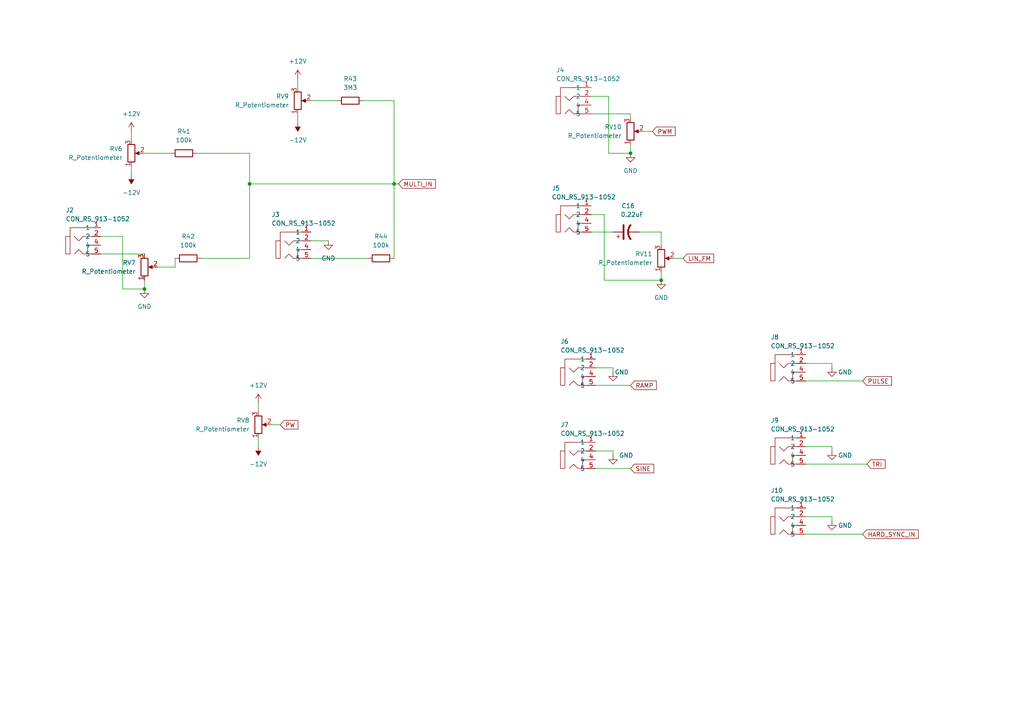
<source format=kicad_sch>
(kicad_sch (version 20211123) (generator eeschema)

  (uuid 6ca85f8b-2b4e-479a-ab82-7112d73aa1f8)

  (paper "A4")

  (lib_symbols
    (symbol "CON_RS_913-1052_1" (in_bom yes) (on_board yes)
      (property "Reference" "J" (id 0) (at -8.89 12.7 0)
        (effects (font (size 1.27 1.27)))
      )
      (property "Value" "CON_RS_913-1052_1" (id 1) (at 0 10.16 0)
        (effects (font (size 1.27 1.27)))
      )
      (property "Footprint" "" (id 2) (at 0 0 0)
        (effects (font (size 1.27 1.27)) hide)
      )
      (property "Datasheet" "" (id 3) (at 0 0 0)
        (effects (font (size 1.27 1.27)) hide)
      )
      (symbol "CON_RS_913-1052_1_0_1"
        (polyline
          (pts
            (xy 5.08 7.62)
            (xy 7.62 7.62)
          )
          (stroke (width 0) (type default) (color 0 0 0 0))
          (fill (type none))
        )
        (polyline
          (pts
            (xy 5.08 7.62)
            (xy 1.27 7.62)
            (xy 1.27 5.08)
          )
          (stroke (width 0) (type default) (color 0 0 0 0))
          (fill (type none))
        )
        (polyline
          (pts
            (xy 7.62 2.54)
            (xy 6.35 2.54)
            (xy 6.35 0)
          )
          (stroke (width 0) (type default) (color 0 0 0 0))
          (fill (type none))
        )
        (polyline
          (pts
            (xy 7.62 0)
            (xy 5.08 0)
            (xy 3.81 1.27)
            (xy 2.54 0)
          )
          (stroke (width 0) (type default) (color 0 0 0 0))
          (fill (type none))
        )
        (polyline
          (pts
            (xy 7.62 5.08)
            (xy 5.08 5.08)
            (xy 3.81 3.81)
            (xy 2.54 5.08)
          )
          (stroke (width 0) (type default) (color 0 0 0 0))
          (fill (type none))
        )
        (rectangle (start 0 5.08) (end 1.27 0)
          (stroke (width 0) (type default) (color 0 0 0 0))
          (fill (type none))
        )
      )
      (symbol "CON_RS_913-1052_1_1_1"
        (pin bidirectional line (at 10.16 7.62 180) (length 2.54)
          (name "1" (effects (font (size 1.27 1.27))))
          (number "1" (effects (font (size 1.27 1.27))))
        )
        (pin bidirectional line (at 10.16 5.08 180) (length 2.54)
          (name "2" (effects (font (size 1.27 1.27))))
          (number "2" (effects (font (size 1.27 1.27))))
        )
        (pin bidirectional line (at 10.16 2.54 180) (length 2.54)
          (name "4" (effects (font (size 1.27 1.27))))
          (number "4" (effects (font (size 1.27 1.27))))
        )
        (pin bidirectional line (at 10.16 0 180) (length 2.54)
          (name "5" (effects (font (size 1.27 1.27))))
          (number "5" (effects (font (size 1.27 1.27))))
        )
      )
    )
    (symbol "Device:C_Polarized_US" (pin_numbers hide) (pin_names (offset 0.254) hide) (in_bom yes) (on_board yes)
      (property "Reference" "C" (id 0) (at 0.635 2.54 0)
        (effects (font (size 1.27 1.27)) (justify left))
      )
      (property "Value" "C_Polarized_US" (id 1) (at 0.635 -2.54 0)
        (effects (font (size 1.27 1.27)) (justify left))
      )
      (property "Footprint" "" (id 2) (at 0 0 0)
        (effects (font (size 1.27 1.27)) hide)
      )
      (property "Datasheet" "~" (id 3) (at 0 0 0)
        (effects (font (size 1.27 1.27)) hide)
      )
      (property "ki_keywords" "cap capacitor" (id 4) (at 0 0 0)
        (effects (font (size 1.27 1.27)) hide)
      )
      (property "ki_description" "Polarized capacitor, US symbol" (id 5) (at 0 0 0)
        (effects (font (size 1.27 1.27)) hide)
      )
      (property "ki_fp_filters" "CP_*" (id 6) (at 0 0 0)
        (effects (font (size 1.27 1.27)) hide)
      )
      (symbol "C_Polarized_US_0_1"
        (polyline
          (pts
            (xy -2.032 0.762)
            (xy 2.032 0.762)
          )
          (stroke (width 0.508) (type default) (color 0 0 0 0))
          (fill (type none))
        )
        (polyline
          (pts
            (xy -1.778 2.286)
            (xy -0.762 2.286)
          )
          (stroke (width 0) (type default) (color 0 0 0 0))
          (fill (type none))
        )
        (polyline
          (pts
            (xy -1.27 1.778)
            (xy -1.27 2.794)
          )
          (stroke (width 0) (type default) (color 0 0 0 0))
          (fill (type none))
        )
        (arc (start 2.032 -1.27) (mid 0 -0.5572) (end -2.032 -1.27)
          (stroke (width 0.508) (type default) (color 0 0 0 0))
          (fill (type none))
        )
      )
      (symbol "C_Polarized_US_1_1"
        (pin passive line (at 0 3.81 270) (length 2.794)
          (name "~" (effects (font (size 1.27 1.27))))
          (number "1" (effects (font (size 1.27 1.27))))
        )
        (pin passive line (at 0 -3.81 90) (length 3.302)
          (name "~" (effects (font (size 1.27 1.27))))
          (number "2" (effects (font (size 1.27 1.27))))
        )
      )
    )
    (symbol "Device:R" (pin_numbers hide) (pin_names (offset 0)) (in_bom yes) (on_board yes)
      (property "Reference" "R" (id 0) (at 2.032 0 90)
        (effects (font (size 1.27 1.27)))
      )
      (property "Value" "R" (id 1) (at 0 0 90)
        (effects (font (size 1.27 1.27)))
      )
      (property "Footprint" "" (id 2) (at -1.778 0 90)
        (effects (font (size 1.27 1.27)) hide)
      )
      (property "Datasheet" "~" (id 3) (at 0 0 0)
        (effects (font (size 1.27 1.27)) hide)
      )
      (property "ki_keywords" "R res resistor" (id 4) (at 0 0 0)
        (effects (font (size 1.27 1.27)) hide)
      )
      (property "ki_description" "Resistor" (id 5) (at 0 0 0)
        (effects (font (size 1.27 1.27)) hide)
      )
      (property "ki_fp_filters" "R_*" (id 6) (at 0 0 0)
        (effects (font (size 1.27 1.27)) hide)
      )
      (symbol "R_0_1"
        (rectangle (start -1.016 -2.54) (end 1.016 2.54)
          (stroke (width 0.254) (type default) (color 0 0 0 0))
          (fill (type none))
        )
      )
      (symbol "R_1_1"
        (pin passive line (at 0 3.81 270) (length 1.27)
          (name "~" (effects (font (size 1.27 1.27))))
          (number "1" (effects (font (size 1.27 1.27))))
        )
        (pin passive line (at 0 -3.81 90) (length 1.27)
          (name "~" (effects (font (size 1.27 1.27))))
          (number "2" (effects (font (size 1.27 1.27))))
        )
      )
    )
    (symbol "Device:R_Potentiometer" (pin_names (offset 1.016) hide) (in_bom yes) (on_board yes)
      (property "Reference" "RV" (id 0) (at -4.445 0 90)
        (effects (font (size 1.27 1.27)))
      )
      (property "Value" "R_Potentiometer" (id 1) (at -2.54 0 90)
        (effects (font (size 1.27 1.27)))
      )
      (property "Footprint" "" (id 2) (at 0 0 0)
        (effects (font (size 1.27 1.27)) hide)
      )
      (property "Datasheet" "~" (id 3) (at 0 0 0)
        (effects (font (size 1.27 1.27)) hide)
      )
      (property "ki_keywords" "resistor variable" (id 4) (at 0 0 0)
        (effects (font (size 1.27 1.27)) hide)
      )
      (property "ki_description" "Potentiometer" (id 5) (at 0 0 0)
        (effects (font (size 1.27 1.27)) hide)
      )
      (property "ki_fp_filters" "Potentiometer*" (id 6) (at 0 0 0)
        (effects (font (size 1.27 1.27)) hide)
      )
      (symbol "R_Potentiometer_0_1"
        (polyline
          (pts
            (xy 2.54 0)
            (xy 1.524 0)
          )
          (stroke (width 0) (type default) (color 0 0 0 0))
          (fill (type none))
        )
        (polyline
          (pts
            (xy 1.143 0)
            (xy 2.286 0.508)
            (xy 2.286 -0.508)
            (xy 1.143 0)
          )
          (stroke (width 0) (type default) (color 0 0 0 0))
          (fill (type outline))
        )
        (rectangle (start 1.016 2.54) (end -1.016 -2.54)
          (stroke (width 0.254) (type default) (color 0 0 0 0))
          (fill (type none))
        )
      )
      (symbol "R_Potentiometer_1_1"
        (pin passive line (at 0 3.81 270) (length 1.27)
          (name "1" (effects (font (size 1.27 1.27))))
          (number "1" (effects (font (size 1.27 1.27))))
        )
        (pin passive line (at 3.81 0 180) (length 1.27)
          (name "2" (effects (font (size 1.27 1.27))))
          (number "2" (effects (font (size 1.27 1.27))))
        )
        (pin passive line (at 0 -3.81 90) (length 1.27)
          (name "3" (effects (font (size 1.27 1.27))))
          (number "3" (effects (font (size 1.27 1.27))))
        )
      )
    )
    (symbol "ST_Lib:CON_RS_913-1052" (in_bom yes) (on_board yes)
      (property "Reference" "J" (id 0) (at -8.89 12.7 0)
        (effects (font (size 1.27 1.27)))
      )
      (property "Value" "CON_RS_913-1052" (id 1) (at 0 10.16 0)
        (effects (font (size 1.27 1.27)))
      )
      (property "Footprint" "" (id 2) (at 0 0 0)
        (effects (font (size 1.27 1.27)) hide)
      )
      (property "Datasheet" "" (id 3) (at 0 0 0)
        (effects (font (size 1.27 1.27)) hide)
      )
      (symbol "CON_RS_913-1052_0_1"
        (polyline
          (pts
            (xy 5.08 7.62)
            (xy 7.62 7.62)
          )
          (stroke (width 0) (type default) (color 0 0 0 0))
          (fill (type none))
        )
        (polyline
          (pts
            (xy 5.08 7.62)
            (xy 1.27 7.62)
            (xy 1.27 5.08)
          )
          (stroke (width 0) (type default) (color 0 0 0 0))
          (fill (type none))
        )
        (polyline
          (pts
            (xy 7.62 2.54)
            (xy 6.35 2.54)
            (xy 6.35 0)
          )
          (stroke (width 0) (type default) (color 0 0 0 0))
          (fill (type none))
        )
        (polyline
          (pts
            (xy 7.62 0)
            (xy 5.08 0)
            (xy 3.81 1.27)
            (xy 2.54 0)
          )
          (stroke (width 0) (type default) (color 0 0 0 0))
          (fill (type none))
        )
        (polyline
          (pts
            (xy 7.62 5.08)
            (xy 5.08 5.08)
            (xy 3.81 3.81)
            (xy 2.54 5.08)
          )
          (stroke (width 0) (type default) (color 0 0 0 0))
          (fill (type none))
        )
        (rectangle (start 0 5.08) (end 1.27 0)
          (stroke (width 0) (type default) (color 0 0 0 0))
          (fill (type none))
        )
      )
      (symbol "CON_RS_913-1052_1_1"
        (pin bidirectional line (at 10.16 7.62 180) (length 2.54)
          (name "1" (effects (font (size 1.27 1.27))))
          (number "1" (effects (font (size 1.27 1.27))))
        )
        (pin bidirectional line (at 10.16 5.08 180) (length 2.54)
          (name "2" (effects (font (size 1.27 1.27))))
          (number "2" (effects (font (size 1.27 1.27))))
        )
        (pin bidirectional line (at 10.16 2.54 180) (length 2.54)
          (name "4" (effects (font (size 1.27 1.27))))
          (number "4" (effects (font (size 1.27 1.27))))
        )
        (pin bidirectional line (at 10.16 0 180) (length 2.54)
          (name "5" (effects (font (size 1.27 1.27))))
          (number "5" (effects (font (size 1.27 1.27))))
        )
      )
    )
    (symbol "power:+12V" (power) (pin_names (offset 0)) (in_bom yes) (on_board yes)
      (property "Reference" "#PWR" (id 0) (at 0 -3.81 0)
        (effects (font (size 1.27 1.27)) hide)
      )
      (property "Value" "+12V" (id 1) (at 0 3.556 0)
        (effects (font (size 1.27 1.27)))
      )
      (property "Footprint" "" (id 2) (at 0 0 0)
        (effects (font (size 1.27 1.27)) hide)
      )
      (property "Datasheet" "" (id 3) (at 0 0 0)
        (effects (font (size 1.27 1.27)) hide)
      )
      (property "ki_keywords" "power-flag" (id 4) (at 0 0 0)
        (effects (font (size 1.27 1.27)) hide)
      )
      (property "ki_description" "Power symbol creates a global label with name \"+12V\"" (id 5) (at 0 0 0)
        (effects (font (size 1.27 1.27)) hide)
      )
      (symbol "+12V_0_1"
        (polyline
          (pts
            (xy -0.762 1.27)
            (xy 0 2.54)
          )
          (stroke (width 0) (type default) (color 0 0 0 0))
          (fill (type none))
        )
        (polyline
          (pts
            (xy 0 0)
            (xy 0 2.54)
          )
          (stroke (width 0) (type default) (color 0 0 0 0))
          (fill (type none))
        )
        (polyline
          (pts
            (xy 0 2.54)
            (xy 0.762 1.27)
          )
          (stroke (width 0) (type default) (color 0 0 0 0))
          (fill (type none))
        )
      )
      (symbol "+12V_1_1"
        (pin power_in line (at 0 0 90) (length 0) hide
          (name "+12V" (effects (font (size 1.27 1.27))))
          (number "1" (effects (font (size 1.27 1.27))))
        )
      )
    )
    (symbol "power:-12V" (power) (pin_names (offset 0)) (in_bom yes) (on_board yes)
      (property "Reference" "#PWR" (id 0) (at 0 2.54 0)
        (effects (font (size 1.27 1.27)) hide)
      )
      (property "Value" "-12V" (id 1) (at 0 3.81 0)
        (effects (font (size 1.27 1.27)))
      )
      (property "Footprint" "" (id 2) (at 0 0 0)
        (effects (font (size 1.27 1.27)) hide)
      )
      (property "Datasheet" "" (id 3) (at 0 0 0)
        (effects (font (size 1.27 1.27)) hide)
      )
      (property "ki_keywords" "power-flag" (id 4) (at 0 0 0)
        (effects (font (size 1.27 1.27)) hide)
      )
      (property "ki_description" "Power symbol creates a global label with name \"-12V\"" (id 5) (at 0 0 0)
        (effects (font (size 1.27 1.27)) hide)
      )
      (symbol "-12V_0_0"
        (pin power_in line (at 0 0 90) (length 0) hide
          (name "-12V" (effects (font (size 1.27 1.27))))
          (number "1" (effects (font (size 1.27 1.27))))
        )
      )
      (symbol "-12V_0_1"
        (polyline
          (pts
            (xy 0 0)
            (xy 0 1.27)
            (xy 0.762 1.27)
            (xy 0 2.54)
            (xy -0.762 1.27)
            (xy 0 1.27)
          )
          (stroke (width 0) (type default) (color 0 0 0 0))
          (fill (type outline))
        )
      )
    )
    (symbol "power:GND" (power) (pin_names (offset 0)) (in_bom yes) (on_board yes)
      (property "Reference" "#PWR" (id 0) (at 0 -6.35 0)
        (effects (font (size 1.27 1.27)) hide)
      )
      (property "Value" "GND" (id 1) (at 0 -3.81 0)
        (effects (font (size 1.27 1.27)))
      )
      (property "Footprint" "" (id 2) (at 0 0 0)
        (effects (font (size 1.27 1.27)) hide)
      )
      (property "Datasheet" "" (id 3) (at 0 0 0)
        (effects (font (size 1.27 1.27)) hide)
      )
      (property "ki_keywords" "power-flag" (id 4) (at 0 0 0)
        (effects (font (size 1.27 1.27)) hide)
      )
      (property "ki_description" "Power symbol creates a global label with name \"GND\" , ground" (id 5) (at 0 0 0)
        (effects (font (size 1.27 1.27)) hide)
      )
      (symbol "GND_0_1"
        (polyline
          (pts
            (xy 0 0)
            (xy 0 -1.27)
            (xy 1.27 -1.27)
            (xy 0 -2.54)
            (xy -1.27 -1.27)
            (xy 0 -1.27)
          )
          (stroke (width 0) (type default) (color 0 0 0 0))
          (fill (type none))
        )
      )
      (symbol "GND_1_1"
        (pin power_in line (at 0 0 270) (length 0) hide
          (name "GND" (effects (font (size 1.27 1.27))))
          (number "1" (effects (font (size 1.27 1.27))))
        )
      )
    )
  )

  (junction (at 72.39 53.34) (diameter 0) (color 0 0 0 0)
    (uuid 401c02f9-e243-462d-afc3-a9e328c1b33e)
  )
  (junction (at 191.77 81.28) (diameter 0) (color 0 0 0 0)
    (uuid 695f85e6-5c23-467e-9dab-146af93a4af4)
  )
  (junction (at 41.91 83.82) (diameter 0) (color 0 0 0 0)
    (uuid dded1e24-d41e-4fbd-8c34-3a0d75c1bce8)
  )
  (junction (at 114.3 53.34) (diameter 0) (color 0 0 0 0)
    (uuid f34d35ed-48f3-460f-b61a-0a98532af75e)
  )
  (junction (at 182.88 44.45) (diameter 0) (color 0 0 0 0)
    (uuid f3db4a1e-b9d6-4b68-bdb1-f67676f6b81b)
  )

  (wire (pts (xy 114.3 53.34) (xy 115.57 53.34))
    (stroke (width 0) (type default) (color 0 0 0 0))
    (uuid 03b554ad-cd10-489a-9a50-2a4cc0dc77ef)
  )
  (wire (pts (xy 182.88 33.02) (xy 171.45 33.02))
    (stroke (width 0) (type default) (color 0 0 0 0))
    (uuid 07edf932-b508-4093-ba4e-42cd3d5a7a95)
  )
  (wire (pts (xy 186.69 38.1) (xy 189.23 38.1))
    (stroke (width 0) (type default) (color 0 0 0 0))
    (uuid 09a8228a-5276-493a-9bd6-c26c63503458)
  )
  (wire (pts (xy 241.3 149.86) (xy 233.68 149.86))
    (stroke (width 0) (type default) (color 0 0 0 0))
    (uuid 0d987287-c225-409b-ada4-3738fefe1f5e)
  )
  (wire (pts (xy 175.26 62.23) (xy 171.45 62.23))
    (stroke (width 0) (type default) (color 0 0 0 0))
    (uuid 0e08000b-0795-4487-a728-0d051eb39fa8)
  )
  (wire (pts (xy 38.1 38.1) (xy 38.1 40.64))
    (stroke (width 0) (type default) (color 0 0 0 0))
    (uuid 122386a1-af73-4f9f-a7d1-b795831e755d)
  )
  (wire (pts (xy 41.91 44.45) (xy 49.53 44.45))
    (stroke (width 0) (type default) (color 0 0 0 0))
    (uuid 17885602-cca7-4590-acfa-08c2b008cd45)
  )
  (wire (pts (xy 177.8 132.08) (xy 177.8 130.81))
    (stroke (width 0) (type default) (color 0 0 0 0))
    (uuid 182cf741-5dc3-4f41-86e4-46554867ec09)
  )
  (wire (pts (xy 38.1 48.26) (xy 38.1 50.8))
    (stroke (width 0) (type default) (color 0 0 0 0))
    (uuid 205a1d54-f71b-4894-8a5a-cd7c6c54e2e3)
  )
  (wire (pts (xy 185.42 67.31) (xy 191.77 67.31))
    (stroke (width 0) (type default) (color 0 0 0 0))
    (uuid 27367dc6-1f8f-4a0b-a762-aee1639a59f7)
  )
  (wire (pts (xy 177.8 107.95) (xy 177.8 106.68))
    (stroke (width 0) (type default) (color 0 0 0 0))
    (uuid 29b791a4-0d90-429b-9fe4-ab7df8e315cc)
  )
  (wire (pts (xy 177.8 130.81) (xy 172.72 130.81))
    (stroke (width 0) (type default) (color 0 0 0 0))
    (uuid 2cc0c6c2-419c-4e94-84fa-cf813ec583a6)
  )
  (wire (pts (xy 177.8 106.68) (xy 172.72 106.68))
    (stroke (width 0) (type default) (color 0 0 0 0))
    (uuid 2e19c3d8-9fcd-44eb-a1f4-3cb63cabea51)
  )
  (wire (pts (xy 74.93 127) (xy 74.93 129.54))
    (stroke (width 0) (type default) (color 0 0 0 0))
    (uuid 2ef918a5-10f0-4540-a366-df829ab0bf26)
  )
  (wire (pts (xy 57.15 44.45) (xy 72.39 44.45))
    (stroke (width 0) (type default) (color 0 0 0 0))
    (uuid 2f332ce5-8c6f-46c1-8b80-151d80b47559)
  )
  (wire (pts (xy 86.36 33.02) (xy 86.36 35.56))
    (stroke (width 0) (type default) (color 0 0 0 0))
    (uuid 33a80c85-2fb3-405e-aa6c-8a3b266563de)
  )
  (wire (pts (xy 114.3 53.34) (xy 114.3 29.21))
    (stroke (width 0) (type default) (color 0 0 0 0))
    (uuid 3443f233-ccfe-4fd5-9214-36026dad3fa7)
  )
  (wire (pts (xy 233.68 154.94) (xy 250.19 154.94))
    (stroke (width 0) (type default) (color 0 0 0 0))
    (uuid 3910f534-8891-4d0a-a1c7-0fb972c643e8)
  )
  (wire (pts (xy 90.17 29.21) (xy 97.79 29.21))
    (stroke (width 0) (type default) (color 0 0 0 0))
    (uuid 3ad76fcc-1352-411d-a030-abed6905b805)
  )
  (wire (pts (xy 233.68 110.49) (xy 250.19 110.49))
    (stroke (width 0) (type default) (color 0 0 0 0))
    (uuid 3bcf986c-4b3c-4ea0-8e45-9a7e363d08d1)
  )
  (wire (pts (xy 191.77 67.31) (xy 191.77 71.12))
    (stroke (width 0) (type default) (color 0 0 0 0))
    (uuid 3c6fbaf7-6d3d-4c3e-aa06-1826955aa050)
  )
  (wire (pts (xy 86.36 22.86) (xy 86.36 25.4))
    (stroke (width 0) (type default) (color 0 0 0 0))
    (uuid 454e7a4d-b191-4d41-95d6-e54776a99737)
  )
  (wire (pts (xy 35.56 68.58) (xy 29.21 68.58))
    (stroke (width 0) (type default) (color 0 0 0 0))
    (uuid 4a7d7f00-90ba-490f-b34c-a2d3818aac4c)
  )
  (wire (pts (xy 90.17 74.93) (xy 106.68 74.93))
    (stroke (width 0) (type default) (color 0 0 0 0))
    (uuid 4facd8f7-9f27-4fdc-8c0a-3454d22a7bc8)
  )
  (wire (pts (xy 171.45 67.31) (xy 177.8 67.31))
    (stroke (width 0) (type default) (color 0 0 0 0))
    (uuid 513d919b-d37d-48d6-9b68-68ebbd6d7e2e)
  )
  (wire (pts (xy 95.25 69.85) (xy 90.17 69.85))
    (stroke (width 0) (type default) (color 0 0 0 0))
    (uuid 65e13c2d-4962-497e-acb3-55c412ac0cbe)
  )
  (wire (pts (xy 72.39 44.45) (xy 72.39 53.34))
    (stroke (width 0) (type default) (color 0 0 0 0))
    (uuid 67c3cf3a-e87e-47f4-b18d-386be6e7bb69)
  )
  (wire (pts (xy 50.8 77.47) (xy 50.8 74.93))
    (stroke (width 0) (type default) (color 0 0 0 0))
    (uuid 7a4f2e10-0382-485d-9815-f0dd0e571a81)
  )
  (wire (pts (xy 114.3 29.21) (xy 105.41 29.21))
    (stroke (width 0) (type default) (color 0 0 0 0))
    (uuid 7d408904-17ef-4a76-8654-587afb8a7677)
  )
  (wire (pts (xy 191.77 78.74) (xy 191.77 81.28))
    (stroke (width 0) (type default) (color 0 0 0 0))
    (uuid 80a9d5c7-6e8e-4fe4-880a-96efc93aa14b)
  )
  (wire (pts (xy 241.3 151.13) (xy 241.3 149.86))
    (stroke (width 0) (type default) (color 0 0 0 0))
    (uuid 814e9ef2-d3e1-4e6e-a977-194b872253f8)
  )
  (wire (pts (xy 175.26 81.28) (xy 175.26 62.23))
    (stroke (width 0) (type default) (color 0 0 0 0))
    (uuid 8c4b99f6-0fb4-4653-a05b-76e7098f6748)
  )
  (wire (pts (xy 35.56 68.58) (xy 35.56 83.82))
    (stroke (width 0) (type default) (color 0 0 0 0))
    (uuid 8fec737b-bb5f-4eef-883a-e920a6bdcd0e)
  )
  (wire (pts (xy 72.39 74.93) (xy 72.39 53.34))
    (stroke (width 0) (type default) (color 0 0 0 0))
    (uuid 9555ed53-9e68-4dd5-8fe0-b88aa95ddc24)
  )
  (wire (pts (xy 35.56 83.82) (xy 41.91 83.82))
    (stroke (width 0) (type default) (color 0 0 0 0))
    (uuid 9bb77b29-8ab1-4f61-86d6-4ba9fba3035c)
  )
  (wire (pts (xy 45.72 77.47) (xy 50.8 77.47))
    (stroke (width 0) (type default) (color 0 0 0 0))
    (uuid 9ce41d9d-2381-4993-9083-62c02d9c5dfa)
  )
  (wire (pts (xy 241.3 129.54) (xy 233.68 129.54))
    (stroke (width 0) (type default) (color 0 0 0 0))
    (uuid 9ed3d749-c617-4eaa-add1-1e247807272b)
  )
  (wire (pts (xy 241.3 106.68) (xy 241.3 105.41))
    (stroke (width 0) (type default) (color 0 0 0 0))
    (uuid a1d4c449-c9c8-47f3-ab8a-011d5ca41a8e)
  )
  (wire (pts (xy 175.26 81.28) (xy 191.77 81.28))
    (stroke (width 0) (type default) (color 0 0 0 0))
    (uuid aa1b12a4-05ec-49b6-9070-4d6a73612c03)
  )
  (wire (pts (xy 74.93 116.84) (xy 74.93 119.38))
    (stroke (width 0) (type default) (color 0 0 0 0))
    (uuid b0988779-19be-450d-8d73-7f948863b62d)
  )
  (wire (pts (xy 29.21 73.66) (xy 41.91 73.66))
    (stroke (width 0) (type default) (color 0 0 0 0))
    (uuid b8bc931a-c9f8-42b9-ad69-cd59bd2efeb2)
  )
  (wire (pts (xy 78.74 123.19) (xy 81.28 123.19))
    (stroke (width 0) (type default) (color 0 0 0 0))
    (uuid c135972d-a627-4858-aa29-12651527ffa6)
  )
  (wire (pts (xy 176.53 44.45) (xy 182.88 44.45))
    (stroke (width 0) (type default) (color 0 0 0 0))
    (uuid c5d8faae-e0eb-4365-83db-5bdbf4f8a4db)
  )
  (wire (pts (xy 176.53 44.45) (xy 176.53 27.94))
    (stroke (width 0) (type default) (color 0 0 0 0))
    (uuid c7ee7441-9602-498c-8684-a86c1073afc9)
  )
  (wire (pts (xy 58.42 74.93) (xy 72.39 74.93))
    (stroke (width 0) (type default) (color 0 0 0 0))
    (uuid cc94b648-cc23-45c9-a04d-2531f18245cf)
  )
  (wire (pts (xy 233.68 134.62) (xy 251.46 134.62))
    (stroke (width 0) (type default) (color 0 0 0 0))
    (uuid ceb2d384-ef02-44b9-9a0a-7340e8da5983)
  )
  (wire (pts (xy 72.39 53.34) (xy 114.3 53.34))
    (stroke (width 0) (type default) (color 0 0 0 0))
    (uuid d27ba9c5-41f6-4e4a-a9c0-73fe0f9be9b1)
  )
  (wire (pts (xy 172.72 111.76) (xy 182.88 111.76))
    (stroke (width 0) (type default) (color 0 0 0 0))
    (uuid da961c82-34f9-4185-9571-aa9dcd80504d)
  )
  (wire (pts (xy 182.88 41.91) (xy 182.88 44.45))
    (stroke (width 0) (type default) (color 0 0 0 0))
    (uuid db82319a-c61e-43f4-9766-50128d37d4b6)
  )
  (wire (pts (xy 241.3 130.81) (xy 241.3 129.54))
    (stroke (width 0) (type default) (color 0 0 0 0))
    (uuid db86c0d4-bf7c-4424-8205-160bfcd50029)
  )
  (wire (pts (xy 195.58 74.93) (xy 198.12 74.93))
    (stroke (width 0) (type default) (color 0 0 0 0))
    (uuid dcfdbd56-2e8d-42e5-9298-0de7ae259355)
  )
  (wire (pts (xy 114.3 53.34) (xy 114.3 74.93))
    (stroke (width 0) (type default) (color 0 0 0 0))
    (uuid e3780f46-5dd7-48df-a7ed-416ca76342c6)
  )
  (wire (pts (xy 182.88 34.29) (xy 182.88 33.02))
    (stroke (width 0) (type default) (color 0 0 0 0))
    (uuid e83bf967-af6c-4af0-b796-be1e78bda5ac)
  )
  (wire (pts (xy 176.53 27.94) (xy 171.45 27.94))
    (stroke (width 0) (type default) (color 0 0 0 0))
    (uuid eeba6565-9dbb-4d0a-8ac8-17cf198ea548)
  )
  (wire (pts (xy 241.3 105.41) (xy 233.68 105.41))
    (stroke (width 0) (type default) (color 0 0 0 0))
    (uuid ef6cc494-82b9-441a-8ffb-3da2e03f6f05)
  )
  (wire (pts (xy 172.72 135.89) (xy 182.88 135.89))
    (stroke (width 0) (type default) (color 0 0 0 0))
    (uuid fafbaf75-177c-4da4-8614-bad6dac8294a)
  )
  (wire (pts (xy 41.91 81.28) (xy 41.91 83.82))
    (stroke (width 0) (type default) (color 0 0 0 0))
    (uuid fc65441d-bc7a-4a51-bdbc-103f031ff406)
  )

  (global_label "TRI" (shape input) (at 251.46 134.62 0) (fields_autoplaced)
    (effects (font (size 1.27 1.27)) (justify left))
    (uuid 06582b02-eecf-4e1f-85b9-d3eb27010e09)
    (property "Intersheet References" "${INTERSHEET_REFS}" (id 0) (at 256.7155 134.5406 0)
      (effects (font (size 1.27 1.27)) (justify left) hide)
    )
  )
  (global_label "HARD_SYNC_IN" (shape input) (at 250.19 154.94 0) (fields_autoplaced)
    (effects (font (size 1.27 1.27)) (justify left))
    (uuid 1843c1fa-9afa-4585-9dcd-b9b05f573f9a)
    (property "Intersheet References" "${INTERSHEET_REFS}" (id 0) (at 266.3312 154.8606 0)
      (effects (font (size 1.27 1.27)) (justify left) hide)
    )
  )
  (global_label "LIN_FM" (shape input) (at 198.12 74.93 0) (fields_autoplaced)
    (effects (font (size 1.27 1.27)) (justify left))
    (uuid 43723d00-ca48-4d97-96c4-391644ad91af)
    (property "Intersheet References" "${INTERSHEET_REFS}" (id 0) (at 207.0041 74.8506 0)
      (effects (font (size 1.27 1.27)) (justify left) hide)
    )
  )
  (global_label "MULTI_IN" (shape input) (at 115.57 53.34 0) (fields_autoplaced)
    (effects (font (size 1.27 1.27)) (justify left))
    (uuid 5f64617d-7467-4864-8551-2b724ea16ab5)
    (property "Intersheet References" "${INTERSHEET_REFS}" (id 0) (at 126.2683 53.2606 0)
      (effects (font (size 1.27 1.27)) (justify left) hide)
    )
  )
  (global_label "PULSE" (shape input) (at 250.19 110.49 0) (fields_autoplaced)
    (effects (font (size 1.27 1.27)) (justify left))
    (uuid 6620cf15-8131-43a0-b125-c4b01e8c0bce)
    (property "Intersheet References" "${INTERSHEET_REFS}" (id 0) (at 258.5902 110.4106 0)
      (effects (font (size 1.27 1.27)) (justify left) hide)
    )
  )
  (global_label "RAMP" (shape input) (at 182.88 111.76 0) (fields_autoplaced)
    (effects (font (size 1.27 1.27)) (justify left))
    (uuid 6be19d89-4e4a-4bf3-87a3-0ac0154b6439)
    (property "Intersheet References" "${INTERSHEET_REFS}" (id 0) (at 190.3731 111.6806 0)
      (effects (font (size 1.27 1.27)) (justify left) hide)
    )
  )
  (global_label "SINE" (shape input) (at 182.88 135.89 0) (fields_autoplaced)
    (effects (font (size 1.27 1.27)) (justify left))
    (uuid 9369c328-af5d-4c28-b0b4-d969780db481)
    (property "Intersheet References" "${INTERSHEET_REFS}" (id 0) (at 189.5869 135.8106 0)
      (effects (font (size 1.27 1.27)) (justify left) hide)
    )
  )
  (global_label "PWM" (shape input) (at 189.23 38.1 0) (fields_autoplaced)
    (effects (font (size 1.27 1.27)) (justify left))
    (uuid d3c4daa5-f7e3-41fd-94f0-06f1e85a3899)
    (property "Intersheet References" "${INTERSHEET_REFS}" (id 0) (at 195.816 38.0206 0)
      (effects (font (size 1.27 1.27)) (justify left) hide)
    )
  )
  (global_label "PW" (shape input) (at 81.28 123.19 0) (fields_autoplaced)
    (effects (font (size 1.27 1.27)) (justify left))
    (uuid ec4dea46-d45c-419f-9908-5747b615bae5)
    (property "Intersheet References" "${INTERSHEET_REFS}" (id 0) (at 86.4145 123.1106 0)
      (effects (font (size 1.27 1.27)) (justify left) hide)
    )
  )

  (symbol (lib_id "Device:R_Potentiometer") (at 182.88 38.1 0) (mirror x) (unit 1)
    (in_bom yes) (on_board yes) (fields_autoplaced)
    (uuid 003f17fd-2825-413c-9598-1ee5c7106163)
    (property "Reference" "RV10" (id 0) (at 180.34 36.8299 0)
      (effects (font (size 1.27 1.27)) (justify right))
    )
    (property "Value" "R_Potentiometer" (id 1) (at 180.34 39.3699 0)
      (effects (font (size 1.27 1.27)) (justify right))
    )
    (property "Footprint" "Potentiometer_THT:Potentiometer_Alps_RK09K_Single_Vertical" (id 2) (at 182.88 38.1 0)
      (effects (font (size 1.27 1.27)) hide)
    )
    (property "Datasheet" "~" (id 3) (at 182.88 38.1 0)
      (effects (font (size 1.27 1.27)) hide)
    )
    (pin "1" (uuid f3f87a26-b6f0-4105-ba38-2ad65dcea172))
    (pin "2" (uuid 3dabc823-299a-42b7-8941-1af44f37d2b7))
    (pin "3" (uuid a6f82e47-a936-47b3-9785-e6880d0ff257))
  )

  (symbol (lib_id "Device:R") (at 110.49 74.93 270) (unit 1)
    (in_bom yes) (on_board yes) (fields_autoplaced)
    (uuid 019012de-974f-4f7b-9271-93167015bb89)
    (property "Reference" "R44" (id 0) (at 110.49 68.58 90))
    (property "Value" "100k" (id 1) (at 110.49 71.12 90))
    (property "Footprint" "Resistor_SMD:R_0805_2012Metric_Pad1.20x1.40mm_HandSolder" (id 2) (at 110.49 73.152 90)
      (effects (font (size 1.27 1.27)) hide)
    )
    (property "Datasheet" "~" (id 3) (at 110.49 74.93 0)
      (effects (font (size 1.27 1.27)) hide)
    )
    (pin "1" (uuid 82dbdd44-36c3-45b4-89f2-1f34f5acb6fb))
    (pin "2" (uuid 2e8efaff-29e2-4188-92b1-bbba8f796e26))
  )

  (symbol (lib_id "power:+12V") (at 74.93 116.84 0) (unit 1)
    (in_bom yes) (on_board yes) (fields_autoplaced)
    (uuid 052ecb6f-31b2-454b-8ad9-4475d22a9452)
    (property "Reference" "#PWR0107" (id 0) (at 74.93 120.65 0)
      (effects (font (size 1.27 1.27)) hide)
    )
    (property "Value" "+12V" (id 1) (at 74.93 111.76 0))
    (property "Footprint" "" (id 2) (at 74.93 116.84 0)
      (effects (font (size 1.27 1.27)) hide)
    )
    (property "Datasheet" "" (id 3) (at 74.93 116.84 0)
      (effects (font (size 1.27 1.27)) hide)
    )
    (pin "1" (uuid 5d1d158f-c096-417e-85f6-22a61edd1888))
  )

  (symbol (lib_id "power:GND") (at 241.3 151.13 0) (unit 1)
    (in_bom yes) (on_board yes)
    (uuid 32b299f2-0c49-49db-8a1d-7cbd409843d8)
    (property "Reference" "#PWR0116" (id 0) (at 241.3 157.48 0)
      (effects (font (size 1.27 1.27)) hide)
    )
    (property "Value" "GND" (id 1) (at 245.11 152.4 0))
    (property "Footprint" "" (id 2) (at 241.3 151.13 0)
      (effects (font (size 1.27 1.27)) hide)
    )
    (property "Datasheet" "" (id 3) (at 241.3 151.13 0)
      (effects (font (size 1.27 1.27)) hide)
    )
    (pin "1" (uuid a4326ac2-8b72-4b27-be23-24bc101be782))
  )

  (symbol (lib_id "Device:R") (at 54.61 74.93 270) (unit 1)
    (in_bom yes) (on_board yes) (fields_autoplaced)
    (uuid 3e42041c-030e-4c26-b638-6c203b2c457e)
    (property "Reference" "R42" (id 0) (at 54.61 68.58 90))
    (property "Value" "100k" (id 1) (at 54.61 71.12 90))
    (property "Footprint" "Resistor_SMD:R_0805_2012Metric_Pad1.20x1.40mm_HandSolder" (id 2) (at 54.61 73.152 90)
      (effects (font (size 1.27 1.27)) hide)
    )
    (property "Datasheet" "~" (id 3) (at 54.61 74.93 0)
      (effects (font (size 1.27 1.27)) hide)
    )
    (pin "1" (uuid 5d850f92-40ca-4e01-98eb-ad0ea5092fd6))
    (pin "2" (uuid 8dbb833f-457a-4838-a153-dbfbf476cc35))
  )

  (symbol (lib_id "power:-12V") (at 74.93 129.54 180) (unit 1)
    (in_bom yes) (on_board yes) (fields_autoplaced)
    (uuid 4531903c-a20e-4eb4-b225-b7d00a74b6e5)
    (property "Reference" "#PWR0108" (id 0) (at 74.93 132.08 0)
      (effects (font (size 1.27 1.27)) hide)
    )
    (property "Value" "-12V" (id 1) (at 74.93 134.62 0))
    (property "Footprint" "" (id 2) (at 74.93 129.54 0)
      (effects (font (size 1.27 1.27)) hide)
    )
    (property "Datasheet" "" (id 3) (at 74.93 129.54 0)
      (effects (font (size 1.27 1.27)) hide)
    )
    (pin "1" (uuid 7a2e748c-2d30-435f-8188-be6107224ee9))
  )

  (symbol (lib_id "ST_Lib:CON_RS_913-1052") (at 223.52 110.49 0) (unit 1)
    (in_bom yes) (on_board yes)
    (uuid 5076b844-92e5-4324-a116-8a7c348a1b35)
    (property "Reference" "J8" (id 0) (at 223.52 97.79 0)
      (effects (font (size 1.27 1.27)) (justify left))
    )
    (property "Value" "CON_RS_913-1052" (id 1) (at 223.52 100.33 0)
      (effects (font (size 1.27 1.27)) (justify left))
    )
    (property "Footprint" "ST_Lib:CON_RS_913-1052" (id 2) (at 223.52 110.49 0)
      (effects (font (size 1.27 1.27)) hide)
    )
    (property "Datasheet" "" (id 3) (at 223.52 110.49 0)
      (effects (font (size 1.27 1.27)) hide)
    )
    (pin "1" (uuid 0ee39e64-8117-445d-9a20-14cda4a7b52a))
    (pin "2" (uuid e3c41e36-f8c1-4689-af87-8bc0aa76be06))
    (pin "4" (uuid 2fae9aff-2cc2-4c8e-a11f-f589edb3cec9))
    (pin "5" (uuid b43b8d74-eefc-4369-984a-c096ff22fba0))
  )

  (symbol (lib_name "CON_RS_913-1052_1") (lib_id "ST_Lib:CON_RS_913-1052") (at 80.01 74.93 0) (unit 1)
    (in_bom yes) (on_board yes)
    (uuid 6cb6a4f5-5875-47f3-9cac-a559f18fe629)
    (property "Reference" "J3" (id 0) (at 78.74 62.23 0)
      (effects (font (size 1.27 1.27)) (justify left))
    )
    (property "Value" "CON_RS_913-1052" (id 1) (at 78.74 64.77 0)
      (effects (font (size 1.27 1.27)) (justify left))
    )
    (property "Footprint" "ST_Lib:CON_RS_913-1052" (id 2) (at 80.01 74.93 0)
      (effects (font (size 1.27 1.27)) hide)
    )
    (property "Datasheet" "" (id 3) (at 80.01 74.93 0)
      (effects (font (size 1.27 1.27)) hide)
    )
    (pin "1" (uuid cd92474d-d73a-491e-9f57-788bfff0be6b))
    (pin "2" (uuid 116396f5-54f1-48c1-9565-43f9cc9cff70))
    (pin "4" (uuid a76cebb4-2692-4071-b5fb-2b88a9917b4e))
    (pin "5" (uuid 8b1e74d5-1d3c-4af8-9e45-f8175fcc9036))
  )

  (symbol (lib_id "power:+12V") (at 86.36 22.86 0) (unit 1)
    (in_bom yes) (on_board yes) (fields_autoplaced)
    (uuid 6d126706-02f3-43ab-9212-964582f1bbf9)
    (property "Reference" "#PWR0105" (id 0) (at 86.36 26.67 0)
      (effects (font (size 1.27 1.27)) hide)
    )
    (property "Value" "+12V" (id 1) (at 86.36 17.78 0))
    (property "Footprint" "" (id 2) (at 86.36 22.86 0)
      (effects (font (size 1.27 1.27)) hide)
    )
    (property "Datasheet" "" (id 3) (at 86.36 22.86 0)
      (effects (font (size 1.27 1.27)) hide)
    )
    (pin "1" (uuid bb6364a4-f5d7-4927-9fe0-f192e23a0297))
  )

  (symbol (lib_id "power:GND") (at 41.91 83.82 0) (unit 1)
    (in_bom yes) (on_board yes) (fields_autoplaced)
    (uuid 6ea3e622-9b37-4b72-9bc8-08bcd2086558)
    (property "Reference" "#PWR0106" (id 0) (at 41.91 90.17 0)
      (effects (font (size 1.27 1.27)) hide)
    )
    (property "Value" "GND" (id 1) (at 41.91 88.9 0))
    (property "Footprint" "" (id 2) (at 41.91 83.82 0)
      (effects (font (size 1.27 1.27)) hide)
    )
    (property "Datasheet" "" (id 3) (at 41.91 83.82 0)
      (effects (font (size 1.27 1.27)) hide)
    )
    (pin "1" (uuid d1548498-0dd1-462f-be7b-ea719ff8cdb3))
  )

  (symbol (lib_id "power:GND") (at 241.3 106.68 0) (unit 1)
    (in_bom yes) (on_board yes)
    (uuid 803d07ad-3f37-4616-af40-1232581fdaeb)
    (property "Reference" "#PWR0115" (id 0) (at 241.3 113.03 0)
      (effects (font (size 1.27 1.27)) hide)
    )
    (property "Value" "GND" (id 1) (at 245.11 107.95 0))
    (property "Footprint" "" (id 2) (at 241.3 106.68 0)
      (effects (font (size 1.27 1.27)) hide)
    )
    (property "Datasheet" "" (id 3) (at 241.3 106.68 0)
      (effects (font (size 1.27 1.27)) hide)
    )
    (pin "1" (uuid eed1dec9-85d5-4992-9e06-44ad6495b4f8))
  )

  (symbol (lib_id "ST_Lib:CON_RS_913-1052") (at 223.52 134.62 0) (unit 1)
    (in_bom yes) (on_board yes)
    (uuid 8522990a-e6ca-4d3d-b5f6-587c707801f6)
    (property "Reference" "J9" (id 0) (at 223.52 121.92 0)
      (effects (font (size 1.27 1.27)) (justify left))
    )
    (property "Value" "CON_RS_913-1052" (id 1) (at 223.52 124.46 0)
      (effects (font (size 1.27 1.27)) (justify left))
    )
    (property "Footprint" "ST_Lib:CON_RS_913-1052" (id 2) (at 223.52 134.62 0)
      (effects (font (size 1.27 1.27)) hide)
    )
    (property "Datasheet" "" (id 3) (at 223.52 134.62 0)
      (effects (font (size 1.27 1.27)) hide)
    )
    (pin "1" (uuid cac5be3e-9305-43a1-86a8-186828cb5e7c))
    (pin "2" (uuid 5aa426c6-4561-4e1d-bb7b-1fdf4bfa0960))
    (pin "4" (uuid f9c623e4-a841-4cf0-8808-489789f4a874))
    (pin "5" (uuid 0d3a4c57-5282-47cd-ba03-853db54c6be9))
  )

  (symbol (lib_id "ST_Lib:CON_RS_913-1052") (at 161.29 67.31 0) (unit 1)
    (in_bom yes) (on_board yes)
    (uuid 8615a31a-f72d-4823-928a-6c5953b2a1fe)
    (property "Reference" "J5" (id 0) (at 160.02 54.61 0)
      (effects (font (size 1.27 1.27)) (justify left))
    )
    (property "Value" "CON_RS_913-1052" (id 1) (at 160.02 57.15 0)
      (effects (font (size 1.27 1.27)) (justify left))
    )
    (property "Footprint" "ST_Lib:CON_RS_913-1052" (id 2) (at 161.29 67.31 0)
      (effects (font (size 1.27 1.27)) hide)
    )
    (property "Datasheet" "" (id 3) (at 161.29 67.31 0)
      (effects (font (size 1.27 1.27)) hide)
    )
    (pin "1" (uuid 6c287240-6974-4b0a-987e-70ca51525260))
    (pin "2" (uuid adc30eee-b28b-4856-b282-5c65133e3f13))
    (pin "4" (uuid 3f408292-9b6d-44ba-9cf4-28af38ab0b34))
    (pin "5" (uuid d29470f9-101a-4266-82e8-465d03bbbf22))
  )

  (symbol (lib_id "ST_Lib:CON_RS_913-1052") (at 223.52 154.94 0) (unit 1)
    (in_bom yes) (on_board yes)
    (uuid 90833a89-a4e9-45b8-a1e7-297b7b5f934c)
    (property "Reference" "J10" (id 0) (at 223.52 142.24 0)
      (effects (font (size 1.27 1.27)) (justify left))
    )
    (property "Value" "CON_RS_913-1052" (id 1) (at 223.52 144.78 0)
      (effects (font (size 1.27 1.27)) (justify left))
    )
    (property "Footprint" "ST_Lib:CON_RS_913-1052" (id 2) (at 223.52 154.94 0)
      (effects (font (size 1.27 1.27)) hide)
    )
    (property "Datasheet" "" (id 3) (at 223.52 154.94 0)
      (effects (font (size 1.27 1.27)) hide)
    )
    (pin "1" (uuid 09bb55d7-5575-424f-84c3-ea9f7ccaa367))
    (pin "2" (uuid 8342642f-33be-4f29-b30a-24d76e27807b))
    (pin "4" (uuid 88b31a97-6f40-4f49-bee5-81affe27f81c))
    (pin "5" (uuid 5ead6f8b-f220-4cbb-bb05-7cc21b57dfb9))
  )

  (symbol (lib_id "power:GND") (at 95.25 69.85 0) (unit 1)
    (in_bom yes) (on_board yes) (fields_autoplaced)
    (uuid 9209bc6a-84ed-484b-a9c2-d69394e46c52)
    (property "Reference" "#PWR0117" (id 0) (at 95.25 76.2 0)
      (effects (font (size 1.27 1.27)) hide)
    )
    (property "Value" "GND" (id 1) (at 95.25 74.93 0))
    (property "Footprint" "" (id 2) (at 95.25 69.85 0)
      (effects (font (size 1.27 1.27)) hide)
    )
    (property "Datasheet" "" (id 3) (at 95.25 69.85 0)
      (effects (font (size 1.27 1.27)) hide)
    )
    (pin "1" (uuid e40bfcf9-b12d-4368-a7a5-c7618549ca1c))
  )

  (symbol (lib_id "Device:R_Potentiometer") (at 74.93 123.19 0) (mirror x) (unit 1)
    (in_bom yes) (on_board yes) (fields_autoplaced)
    (uuid 95b01776-3008-4894-aa67-3c48459ea47e)
    (property "Reference" "RV8" (id 0) (at 72.39 121.9199 0)
      (effects (font (size 1.27 1.27)) (justify right))
    )
    (property "Value" "R_Potentiometer" (id 1) (at 72.39 124.4599 0)
      (effects (font (size 1.27 1.27)) (justify right))
    )
    (property "Footprint" "Potentiometer_THT:Potentiometer_Alps_RK09K_Single_Vertical" (id 2) (at 74.93 123.19 0)
      (effects (font (size 1.27 1.27)) hide)
    )
    (property "Datasheet" "~" (id 3) (at 74.93 123.19 0)
      (effects (font (size 1.27 1.27)) hide)
    )
    (pin "1" (uuid faefbbb7-1412-4a07-9baa-320966088cf1))
    (pin "2" (uuid 8b266ec6-1022-4a27-878d-3868908157d2))
    (pin "3" (uuid 5ffd9dd4-3e26-4b94-abb3-6e4d898ccc88))
  )

  (symbol (lib_id "power:-12V") (at 38.1 50.8 180) (unit 1)
    (in_bom yes) (on_board yes) (fields_autoplaced)
    (uuid 9af96cbd-9661-45e1-ad13-6030bc771e1c)
    (property "Reference" "#PWR0103" (id 0) (at 38.1 53.34 0)
      (effects (font (size 1.27 1.27)) hide)
    )
    (property "Value" "-12V" (id 1) (at 38.1 55.88 0))
    (property "Footprint" "" (id 2) (at 38.1 50.8 0)
      (effects (font (size 1.27 1.27)) hide)
    )
    (property "Datasheet" "" (id 3) (at 38.1 50.8 0)
      (effects (font (size 1.27 1.27)) hide)
    )
    (pin "1" (uuid 6ca2dd75-3d98-4fb6-bb5d-20552682e322))
  )

  (symbol (lib_id "Device:R_Potentiometer") (at 41.91 77.47 0) (mirror x) (unit 1)
    (in_bom yes) (on_board yes) (fields_autoplaced)
    (uuid 9cdd5fa1-862a-41e2-b140-11b590489203)
    (property "Reference" "RV7" (id 0) (at 39.37 76.1999 0)
      (effects (font (size 1.27 1.27)) (justify right))
    )
    (property "Value" "R_Potentiometer" (id 1) (at 39.37 78.7399 0)
      (effects (font (size 1.27 1.27)) (justify right))
    )
    (property "Footprint" "Potentiometer_THT:Potentiometer_Alps_RK09K_Single_Vertical" (id 2) (at 41.91 77.47 0)
      (effects (font (size 1.27 1.27)) hide)
    )
    (property "Datasheet" "~" (id 3) (at 41.91 77.47 0)
      (effects (font (size 1.27 1.27)) hide)
    )
    (pin "1" (uuid a1ea83c9-071a-480f-b3b9-03ae14e84d8e))
    (pin "2" (uuid 4b000277-c908-455f-aa15-b6c7bf65faa0))
    (pin "3" (uuid 3f1650d2-b519-463b-964b-03daa8d8ae47))
  )

  (symbol (lib_id "ST_Lib:CON_RS_913-1052") (at 162.56 135.89 0) (unit 1)
    (in_bom yes) (on_board yes)
    (uuid 9e9d61d3-8383-4d93-9bc9-a032cc7d4f44)
    (property "Reference" "J7" (id 0) (at 162.56 123.19 0)
      (effects (font (size 1.27 1.27)) (justify left))
    )
    (property "Value" "CON_RS_913-1052" (id 1) (at 162.56 125.73 0)
      (effects (font (size 1.27 1.27)) (justify left))
    )
    (property "Footprint" "ST_Lib:CON_RS_913-1052" (id 2) (at 162.56 135.89 0)
      (effects (font (size 1.27 1.27)) hide)
    )
    (property "Datasheet" "" (id 3) (at 162.56 135.89 0)
      (effects (font (size 1.27 1.27)) hide)
    )
    (pin "1" (uuid 38f6fe65-2586-4d1f-8e67-95a7054f2276))
    (pin "2" (uuid da41ecbb-5600-4639-ab2e-c6b76b6cfdeb))
    (pin "4" (uuid 3546530a-d81b-4139-aff4-5f44292d47b9))
    (pin "5" (uuid af5f872a-5375-4c29-9d35-438b2fa58ae5))
  )

  (symbol (lib_id "Device:R_Potentiometer") (at 86.36 29.21 0) (mirror x) (unit 1)
    (in_bom yes) (on_board yes) (fields_autoplaced)
    (uuid a121fb4d-c5e1-4448-9136-b0ee48d31913)
    (property "Reference" "RV9" (id 0) (at 83.82 27.9399 0)
      (effects (font (size 1.27 1.27)) (justify right))
    )
    (property "Value" "R_Potentiometer" (id 1) (at 83.82 30.4799 0)
      (effects (font (size 1.27 1.27)) (justify right))
    )
    (property "Footprint" "Potentiometer_THT:Potentiometer_Alps_RK09K_Single_Vertical" (id 2) (at 86.36 29.21 0)
      (effects (font (size 1.27 1.27)) hide)
    )
    (property "Datasheet" "~" (id 3) (at 86.36 29.21 0)
      (effects (font (size 1.27 1.27)) hide)
    )
    (pin "1" (uuid 230a9b96-3a60-4a56-ae4a-1c0941d75525))
    (pin "2" (uuid a52dc129-7e9c-4668-97a1-f21236d2f157))
    (pin "3" (uuid 8eb69dbb-c50a-40ab-ba90-f07f9d1f38ef))
  )

  (symbol (lib_id "power:GND") (at 241.3 130.81 0) (unit 1)
    (in_bom yes) (on_board yes)
    (uuid a916e877-89d7-4a18-bf6d-e5e1417c5817)
    (property "Reference" "#PWR0113" (id 0) (at 241.3 137.16 0)
      (effects (font (size 1.27 1.27)) hide)
    )
    (property "Value" "GND" (id 1) (at 245.11 132.08 0))
    (property "Footprint" "" (id 2) (at 241.3 130.81 0)
      (effects (font (size 1.27 1.27)) hide)
    )
    (property "Datasheet" "" (id 3) (at 241.3 130.81 0)
      (effects (font (size 1.27 1.27)) hide)
    )
    (pin "1" (uuid c6ad1314-fc37-4632-9bf3-65d234080843))
  )

  (symbol (lib_id "Device:R") (at 101.6 29.21 270) (unit 1)
    (in_bom yes) (on_board yes) (fields_autoplaced)
    (uuid b12afd34-e32e-4c43-ac41-192d6dbac873)
    (property "Reference" "R43" (id 0) (at 101.6 22.86 90))
    (property "Value" "3M3" (id 1) (at 101.6 25.4 90))
    (property "Footprint" "Resistor_SMD:R_0805_2012Metric_Pad1.20x1.40mm_HandSolder" (id 2) (at 101.6 27.432 90)
      (effects (font (size 1.27 1.27)) hide)
    )
    (property "Datasheet" "~" (id 3) (at 101.6 29.21 0)
      (effects (font (size 1.27 1.27)) hide)
    )
    (pin "1" (uuid e0b42e00-cfb9-43d0-9967-65abcf2459ae))
    (pin "2" (uuid bcecd052-0ffb-4a5b-afd5-71d9cbf15fcd))
  )

  (symbol (lib_id "ST_Lib:CON_RS_913-1052") (at 162.56 111.76 0) (unit 1)
    (in_bom yes) (on_board yes)
    (uuid b1d5a9ef-3b7d-48e4-a6d7-5636fc28d1d1)
    (property "Reference" "J6" (id 0) (at 162.56 99.06 0)
      (effects (font (size 1.27 1.27)) (justify left))
    )
    (property "Value" "CON_RS_913-1052" (id 1) (at 162.56 101.6 0)
      (effects (font (size 1.27 1.27)) (justify left))
    )
    (property "Footprint" "ST_Lib:CON_RS_913-1052" (id 2) (at 162.56 111.76 0)
      (effects (font (size 1.27 1.27)) hide)
    )
    (property "Datasheet" "" (id 3) (at 162.56 111.76 0)
      (effects (font (size 1.27 1.27)) hide)
    )
    (pin "1" (uuid 1a05c6ba-5191-4d96-8086-e5f970962606))
    (pin "2" (uuid 24679755-5856-47b6-807b-0f6d5849c713))
    (pin "4" (uuid 8d392e9c-76ae-40fe-89f3-286f4d893409))
    (pin "5" (uuid d7fed3c8-abcb-493c-ad72-be5f7d33a1e2))
  )

  (symbol (lib_id "ST_Lib:CON_RS_913-1052") (at 161.29 33.02 0) (unit 1)
    (in_bom yes) (on_board yes)
    (uuid b501d9d7-1146-4d64-88bf-a98ee2cf29bd)
    (property "Reference" "J4" (id 0) (at 161.29 20.32 0)
      (effects (font (size 1.27 1.27)) (justify left))
    )
    (property "Value" "CON_RS_913-1052" (id 1) (at 161.29 22.86 0)
      (effects (font (size 1.27 1.27)) (justify left))
    )
    (property "Footprint" "ST_Lib:CON_RS_913-1052" (id 2) (at 161.29 33.02 0)
      (effects (font (size 1.27 1.27)) hide)
    )
    (property "Datasheet" "" (id 3) (at 161.29 33.02 0)
      (effects (font (size 1.27 1.27)) hide)
    )
    (pin "1" (uuid a3dd643c-9caa-4e9e-931a-3919df8e800e))
    (pin "2" (uuid 7f83426a-a5b0-48fb-9874-f56793747c63))
    (pin "4" (uuid d2b0bb93-1f7f-448d-8719-f9380853a70e))
    (pin "5" (uuid b914105d-c1e5-43b4-8ae3-5ce7145884a7))
  )

  (symbol (lib_id "Device:R_Potentiometer") (at 191.77 74.93 0) (mirror x) (unit 1)
    (in_bom yes) (on_board yes) (fields_autoplaced)
    (uuid b60b3b1f-d85b-47eb-85d2-cefeb8382630)
    (property "Reference" "RV11" (id 0) (at 189.23 73.6599 0)
      (effects (font (size 1.27 1.27)) (justify right))
    )
    (property "Value" "R_Potentiometer" (id 1) (at 189.23 76.1999 0)
      (effects (font (size 1.27 1.27)) (justify right))
    )
    (property "Footprint" "Potentiometer_THT:Potentiometer_Alps_RK09K_Single_Vertical" (id 2) (at 191.77 74.93 0)
      (effects (font (size 1.27 1.27)) hide)
    )
    (property "Datasheet" "~" (id 3) (at 191.77 74.93 0)
      (effects (font (size 1.27 1.27)) hide)
    )
    (pin "1" (uuid 6e0abf83-16a5-4400-9404-cba8ad5fdcd7))
    (pin "2" (uuid 5555facc-dc3b-411f-a593-21c36b98c3ce))
    (pin "3" (uuid c6f1c35f-f646-4e8c-89d2-1b1b3fb86d2b))
  )

  (symbol (lib_id "power:GND") (at 177.8 107.95 0) (unit 1)
    (in_bom yes) (on_board yes)
    (uuid bb4c986c-741b-4b10-8c17-21192b16e3ec)
    (property "Reference" "#PWR0111" (id 0) (at 177.8 114.3 0)
      (effects (font (size 1.27 1.27)) hide)
    )
    (property "Value" "GND" (id 1) (at 180.34 107.95 0))
    (property "Footprint" "" (id 2) (at 177.8 107.95 0)
      (effects (font (size 1.27 1.27)) hide)
    )
    (property "Datasheet" "" (id 3) (at 177.8 107.95 0)
      (effects (font (size 1.27 1.27)) hide)
    )
    (pin "1" (uuid 46ae9d08-0658-461d-89b4-7282f5816151))
  )

  (symbol (lib_id "power:-12V") (at 86.36 35.56 180) (unit 1)
    (in_bom yes) (on_board yes) (fields_autoplaced)
    (uuid c047fb5f-5290-4e45-a480-65eaec4389df)
    (property "Reference" "#PWR0109" (id 0) (at 86.36 38.1 0)
      (effects (font (size 1.27 1.27)) hide)
    )
    (property "Value" "-12V" (id 1) (at 86.36 40.64 0))
    (property "Footprint" "" (id 2) (at 86.36 35.56 0)
      (effects (font (size 1.27 1.27)) hide)
    )
    (property "Datasheet" "" (id 3) (at 86.36 35.56 0)
      (effects (font (size 1.27 1.27)) hide)
    )
    (pin "1" (uuid 583a0b95-ed12-4ea0-aee8-f71f2c4b066a))
  )

  (symbol (lib_id "Device:C_Polarized_US") (at 181.61 67.31 90) (unit 1)
    (in_bom yes) (on_board yes)
    (uuid c372bb98-3c81-4edf-b406-ce87617e8dc2)
    (property "Reference" "C16" (id 0) (at 184.15 59.69 90)
      (effects (font (size 1.27 1.27)) (justify left))
    )
    (property "Value" "0.22uF" (id 1) (at 186.69 62.23 90)
      (effects (font (size 1.27 1.27)) (justify left))
    )
    (property "Footprint" "Capacitor_THT:CP_Radial_D5.0mm_P2.00mm" (id 2) (at 181.61 67.31 0)
      (effects (font (size 1.27 1.27)) hide)
    )
    (property "Datasheet" "~" (id 3) (at 181.61 67.31 0)
      (effects (font (size 1.27 1.27)) hide)
    )
    (pin "1" (uuid 492c54a8-b7e7-49d1-b2d0-6ce0bfaf620d))
    (pin "2" (uuid 5a1e8082-5fef-4341-9204-3fa69907cb4e))
  )

  (symbol (lib_id "power:GND") (at 191.77 81.28 0) (unit 1)
    (in_bom yes) (on_board yes) (fields_autoplaced)
    (uuid c7f2049b-f510-4fc3-87bd-6739e7bae8d0)
    (property "Reference" "#PWR0112" (id 0) (at 191.77 87.63 0)
      (effects (font (size 1.27 1.27)) hide)
    )
    (property "Value" "GND" (id 1) (at 191.77 86.36 0))
    (property "Footprint" "" (id 2) (at 191.77 81.28 0)
      (effects (font (size 1.27 1.27)) hide)
    )
    (property "Datasheet" "" (id 3) (at 191.77 81.28 0)
      (effects (font (size 1.27 1.27)) hide)
    )
    (pin "1" (uuid c49da5f9-7e17-4f11-8b56-f0826ab4adb9))
  )

  (symbol (lib_id "ST_Lib:CON_RS_913-1052") (at 19.05 73.66 0) (unit 1)
    (in_bom yes) (on_board yes)
    (uuid cb6e67d7-6054-4696-ac2f-f5d302cec9da)
    (property "Reference" "J2" (id 0) (at 19.05 60.96 0)
      (effects (font (size 1.27 1.27)) (justify left))
    )
    (property "Value" "CON_RS_913-1052" (id 1) (at 19.05 63.5 0)
      (effects (font (size 1.27 1.27)) (justify left))
    )
    (property "Footprint" "ST_Lib:CON_RS_913-1052" (id 2) (at 19.05 73.66 0)
      (effects (font (size 1.27 1.27)) hide)
    )
    (property "Datasheet" "" (id 3) (at 19.05 73.66 0)
      (effects (font (size 1.27 1.27)) hide)
    )
    (pin "1" (uuid 3bcf1326-c6ae-4559-86f5-cfa78bb6a3dd))
    (pin "2" (uuid 450fdd8a-cc88-421d-9e03-13e96392a523))
    (pin "4" (uuid 2fc783fb-c4d3-4749-98d2-7f833a4ad81a))
    (pin "5" (uuid 374ae467-ecd4-40c7-8ae4-8ca8fe3b21b6))
  )

  (symbol (lib_id "power:GND") (at 177.8 132.08 0) (unit 1)
    (in_bom yes) (on_board yes)
    (uuid cc9a3c72-ae7d-4d42-99d7-fb9eedc7fc45)
    (property "Reference" "#PWR0114" (id 0) (at 177.8 138.43 0)
      (effects (font (size 1.27 1.27)) hide)
    )
    (property "Value" "GND" (id 1) (at 181.61 132.08 0))
    (property "Footprint" "" (id 2) (at 177.8 132.08 0)
      (effects (font (size 1.27 1.27)) hide)
    )
    (property "Datasheet" "" (id 3) (at 177.8 132.08 0)
      (effects (font (size 1.27 1.27)) hide)
    )
    (pin "1" (uuid 1fa88156-9fc4-4829-b0ac-06a2c5929a56))
  )

  (symbol (lib_id "Device:R_Potentiometer") (at 38.1 44.45 0) (mirror x) (unit 1)
    (in_bom yes) (on_board yes) (fields_autoplaced)
    (uuid dc50115e-6d10-49aa-96e1-14d25a3df23c)
    (property "Reference" "RV6" (id 0) (at 35.56 43.1799 0)
      (effects (font (size 1.27 1.27)) (justify right))
    )
    (property "Value" "R_Potentiometer" (id 1) (at 35.56 45.7199 0)
      (effects (font (size 1.27 1.27)) (justify right))
    )
    (property "Footprint" "Potentiometer_THT:Potentiometer_Alps_RK09K_Single_Vertical" (id 2) (at 38.1 44.45 0)
      (effects (font (size 1.27 1.27)) hide)
    )
    (property "Datasheet" "~" (id 3) (at 38.1 44.45 0)
      (effects (font (size 1.27 1.27)) hide)
    )
    (pin "1" (uuid 6cdd019d-de6b-4ce5-9d30-c79768d10757))
    (pin "2" (uuid 4180578e-00f8-4d42-b993-acc069a6b811))
    (pin "3" (uuid 667c6fe7-f431-4b80-a74a-e43f689a302d))
  )

  (symbol (lib_id "power:+12V") (at 38.1 38.1 0) (unit 1)
    (in_bom yes) (on_board yes) (fields_autoplaced)
    (uuid ea381979-0f86-449c-824f-11895940476a)
    (property "Reference" "#PWR0104" (id 0) (at 38.1 41.91 0)
      (effects (font (size 1.27 1.27)) hide)
    )
    (property "Value" "+12V" (id 1) (at 38.1 33.02 0))
    (property "Footprint" "" (id 2) (at 38.1 38.1 0)
      (effects (font (size 1.27 1.27)) hide)
    )
    (property "Datasheet" "" (id 3) (at 38.1 38.1 0)
      (effects (font (size 1.27 1.27)) hide)
    )
    (pin "1" (uuid 325bc8e2-3dd7-4a8a-b070-b534a1329b0f))
  )

  (symbol (lib_id "Device:R") (at 53.34 44.45 270) (unit 1)
    (in_bom yes) (on_board yes) (fields_autoplaced)
    (uuid ec6a9dd3-11b9-4de0-bfad-dfd3794a5b08)
    (property "Reference" "R41" (id 0) (at 53.34 38.1 90))
    (property "Value" "100k" (id 1) (at 53.34 40.64 90))
    (property "Footprint" "Resistor_SMD:R_0805_2012Metric_Pad1.20x1.40mm_HandSolder" (id 2) (at 53.34 42.672 90)
      (effects (font (size 1.27 1.27)) hide)
    )
    (property "Datasheet" "~" (id 3) (at 53.34 44.45 0)
      (effects (font (size 1.27 1.27)) hide)
    )
    (pin "1" (uuid 43465b58-7cd6-4a80-b3e4-21d0d685d0a8))
    (pin "2" (uuid 7ea4e711-52cd-4aac-9441-abc4c474a1e4))
  )

  (symbol (lib_id "power:GND") (at 182.88 44.45 0) (unit 1)
    (in_bom yes) (on_board yes) (fields_autoplaced)
    (uuid f601048b-78a6-4d74-a68b-d332a1b193a8)
    (property "Reference" "#PWR0110" (id 0) (at 182.88 50.8 0)
      (effects (font (size 1.27 1.27)) hide)
    )
    (property "Value" "GND" (id 1) (at 182.88 49.53 0))
    (property "Footprint" "" (id 2) (at 182.88 44.45 0)
      (effects (font (size 1.27 1.27)) hide)
    )
    (property "Datasheet" "" (id 3) (at 182.88 44.45 0)
      (effects (font (size 1.27 1.27)) hide)
    )
    (pin "1" (uuid c01b99fd-4ef9-42fd-9516-24716a493e01))
  )
)

</source>
